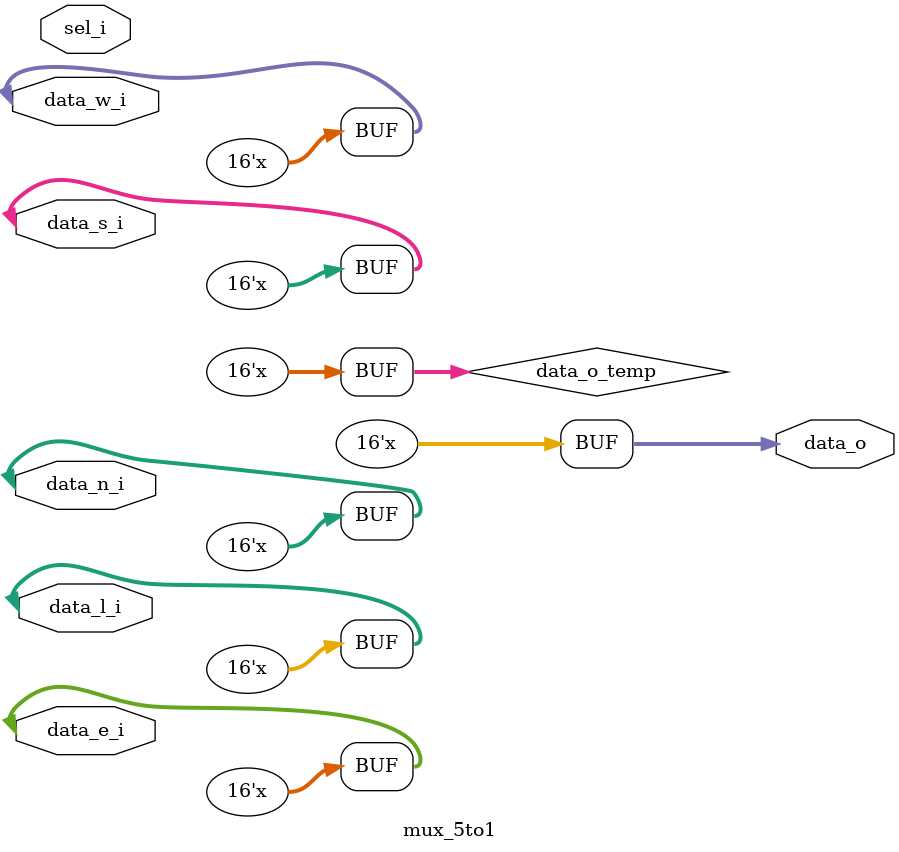
<source format=sv>

module mux_5to1 

(
	
input [3:0]  sel_i, 
input [15:0] data_n_i, 
input [15:0] data_s_i,
input [15:0] data_w_i,
input [15:0] data_e_i,
input [15:0] data_l_i,

output [15:0] data_o
); 

logic [15:0] data_o_temp; 


always_comb begin 
   
   case (sel_i)
   
   3'b000 : data_n_i = data_o_temp; 
   3'b001 : data_s_i = data_o_temp; 
   3'b010 : data_w_i = data_o_temp; 
   3'b011 : data_e_i = data_o_temp; 
   3'b100 : data_l_i = data_o_temp; 
   
   default : begin 
                   data_o_temp = 16'bxxxx_xxxx_xxxx_xxxx;            
             end
   endcase

end 
   
assign data_o = data_o_temp; 


endmodule 

   
   
</source>
